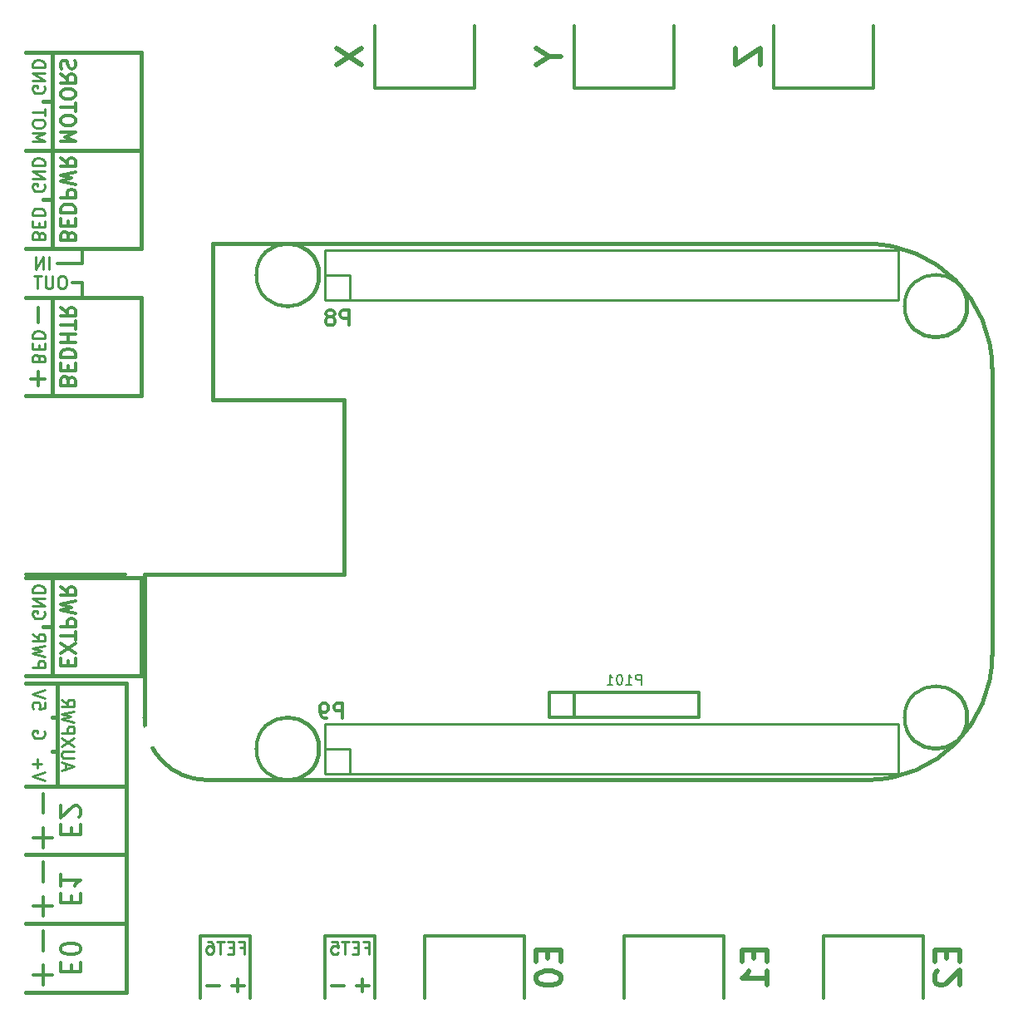
<source format=gbo>
G04 #@! TF.FileFunction,Legend,Bot*
%FSLAX46Y46*%
G04 Gerber Fmt 4.6, Leading zero omitted, Abs format (unit mm)*
G04 Created by KiCad (PCBNEW (after 2015-may-25 BZR unknown)-product) date 10/06/2015 1:45:06 PM*
%MOMM*%
G01*
G04 APERTURE LIST*
%ADD10C,0.150000*%
%ADD11C,0.304800*%
%ADD12C,0.254000*%
%ADD13C,0.381000*%
%ADD14C,0.300000*%
%ADD15C,0.508000*%
%ADD16C,0.101600*%
%ADD17C,0.203200*%
%ADD18C,3.508000*%
%ADD19R,3.508000X3.508000*%
%ADD20R,2.159000X2.159000*%
%ADD21O,2.159000X2.159000*%
%ADD22C,3.158000*%
%ADD23C,2.159000*%
%ADD24C,2.286000*%
%ADD25R,2.286000X2.286000*%
%ADD26R,2.159000X2.032000*%
%ADD27R,1.905000X3.007360*%
%ADD28C,2.908000*%
%ADD29R,2.908000X2.908000*%
%ADD30C,6.008000*%
G04 APERTURE END LIST*
D10*
D11*
X13150000Y82150000D02*
X14650000Y82150000D01*
X13900000Y82900000D02*
X13900000Y81400000D01*
X13900000Y89400000D02*
X13900000Y87900000D01*
D12*
X15032857Y93325476D02*
X15032857Y94595476D01*
X14428095Y93325476D02*
X14428095Y94595476D01*
X13702381Y93325476D01*
X13702381Y94595476D01*
X16484285Y92595476D02*
X16242381Y92595476D01*
X16121428Y92535000D01*
X16000476Y92414048D01*
X15940000Y92172143D01*
X15940000Y91748810D01*
X16000476Y91506905D01*
X16121428Y91385952D01*
X16242381Y91325476D01*
X16484285Y91325476D01*
X16605238Y91385952D01*
X16726190Y91506905D01*
X16786666Y91748810D01*
X16786666Y92172143D01*
X16726190Y92414048D01*
X16605238Y92535000D01*
X16484285Y92595476D01*
X15395714Y92595476D02*
X15395714Y91567381D01*
X15335238Y91446429D01*
X15274762Y91385952D01*
X15153809Y91325476D01*
X14911905Y91325476D01*
X14790952Y91385952D01*
X14730476Y91446429D01*
X14670000Y91567381D01*
X14670000Y92595476D01*
X14246667Y92595476D02*
X13520952Y92595476D01*
X13883809Y91325476D02*
X13883809Y92595476D01*
D11*
X18400000Y91900000D02*
X17400000Y91900000D01*
X18400000Y90400000D02*
X18400000Y91900000D01*
X18400000Y93900000D02*
X15900000Y93900000D01*
X18400000Y95400000D02*
X18400000Y93900000D01*
D13*
X15400000Y47650000D02*
X15900000Y47650000D01*
X15400000Y44150000D02*
X15900000Y44150000D01*
X15900000Y51150000D02*
X15900000Y40650000D01*
X14400000Y56900000D02*
X15400000Y56900000D01*
X14400000Y100400000D02*
X15400000Y100400000D01*
X14400000Y110400000D02*
X15400000Y110400000D01*
D12*
X14535000Y46232619D02*
X14595476Y46111667D01*
X14595476Y45930238D01*
X14535000Y45748810D01*
X14414048Y45627857D01*
X14293095Y45567381D01*
X14051190Y45506905D01*
X13869762Y45506905D01*
X13627857Y45567381D01*
X13506905Y45627857D01*
X13385952Y45748810D01*
X13325476Y45930238D01*
X13325476Y46051190D01*
X13385952Y46232619D01*
X13446429Y46293095D01*
X13869762Y46293095D01*
X13869762Y46051190D01*
X14595476Y49158096D02*
X14595476Y48553334D01*
X13990714Y48492858D01*
X14051190Y48553334D01*
X14111667Y48674286D01*
X14111667Y48976667D01*
X14051190Y49097620D01*
X13990714Y49158096D01*
X13869762Y49218572D01*
X13567381Y49218572D01*
X13446429Y49158096D01*
X13385952Y49097620D01*
X13325476Y48976667D01*
X13325476Y48674286D01*
X13385952Y48553334D01*
X13446429Y48492858D01*
X14595476Y49581429D02*
X13325476Y50004763D01*
X14595476Y50428096D01*
X14595476Y41190476D02*
X13325476Y41613810D01*
X14595476Y42037143D01*
X13809286Y42460476D02*
X13809286Y43428095D01*
X13325476Y42944285D02*
X14293095Y42944285D01*
D13*
X15400000Y40650000D02*
X22900000Y40650000D01*
X15400000Y33650000D02*
X22900000Y33650000D01*
X15400000Y26650000D02*
X22900000Y26650000D01*
X22900000Y19650000D02*
X15400000Y19650000D01*
X22900000Y51150000D02*
X22900000Y19650000D01*
X15400000Y51150000D02*
X22900000Y51150000D01*
X15400000Y51900000D02*
X15400000Y61900000D01*
X24400000Y51900000D02*
X15400000Y51900000D01*
X24400000Y61900000D02*
X24400000Y51900000D01*
X15400000Y61900000D02*
X24400000Y61900000D01*
X15400000Y80400000D02*
X15400000Y90400000D01*
X24400000Y80400000D02*
X15400000Y80400000D01*
X24400000Y90400000D02*
X24400000Y80400000D01*
X15400000Y90400000D02*
X24400000Y90400000D01*
X15400000Y105400000D02*
X24400000Y105400000D01*
X15400000Y95400000D02*
X15400000Y115400000D01*
X24400000Y95400000D02*
X15400000Y95400000D01*
X24400000Y115400000D02*
X24400000Y95400000D01*
X15400000Y115400000D02*
X24400000Y115400000D01*
X15400000Y105400000D02*
X12700000Y105400000D01*
X15400000Y90400000D02*
X12700000Y90400000D01*
X15400000Y95400000D02*
X12700000Y95400000D01*
X15400000Y115400000D02*
X12700000Y115400000D01*
X15400000Y61900000D02*
X12700000Y61900000D01*
X15400000Y80400000D02*
X12700000Y80400000D01*
X15400000Y51900000D02*
X12700000Y51900000D01*
X15400000Y51150000D02*
X12700000Y51150000D01*
X15400000Y40650000D02*
X12700000Y40650000D01*
X15400000Y33650000D02*
X12700000Y33650000D01*
X15400000Y26650000D02*
X12700000Y26650000D01*
X15400000Y19650000D02*
X12700000Y19650000D01*
D14*
X17007143Y81971429D02*
X16935714Y82185715D01*
X16864286Y82257143D01*
X16721429Y82328572D01*
X16507143Y82328572D01*
X16364286Y82257143D01*
X16292857Y82185715D01*
X16221429Y82042857D01*
X16221429Y81471429D01*
X17721429Y81471429D01*
X17721429Y81971429D01*
X17650000Y82114286D01*
X17578571Y82185715D01*
X17435714Y82257143D01*
X17292857Y82257143D01*
X17150000Y82185715D01*
X17078571Y82114286D01*
X17007143Y81971429D01*
X17007143Y81471429D01*
X17007143Y82971429D02*
X17007143Y83471429D01*
X16221429Y83685715D02*
X16221429Y82971429D01*
X17721429Y82971429D01*
X17721429Y83685715D01*
X16221429Y84328572D02*
X17721429Y84328572D01*
X17721429Y84685715D01*
X17650000Y84900000D01*
X17507143Y85042858D01*
X17364286Y85114286D01*
X17078571Y85185715D01*
X16864286Y85185715D01*
X16578571Y85114286D01*
X16435714Y85042858D01*
X16292857Y84900000D01*
X16221429Y84685715D01*
X16221429Y84328572D01*
X16221429Y85828572D02*
X17721429Y85828572D01*
X17007143Y85828572D02*
X17007143Y86685715D01*
X16221429Y86685715D02*
X17721429Y86685715D01*
X17721429Y87185715D02*
X17721429Y88042858D01*
X16221429Y87614287D02*
X17721429Y87614287D01*
X16221429Y89400001D02*
X16935714Y88900001D01*
X16221429Y88542858D02*
X17721429Y88542858D01*
X17721429Y89114286D01*
X17650000Y89257144D01*
X17578571Y89328572D01*
X17435714Y89400001D01*
X17221429Y89400001D01*
X17078571Y89328572D01*
X17007143Y89257144D01*
X16935714Y89114286D01*
X16935714Y88542858D01*
D12*
X13990714Y84281190D02*
X13930238Y84462619D01*
X13869762Y84523095D01*
X13748810Y84583571D01*
X13567381Y84583571D01*
X13446429Y84523095D01*
X13385952Y84462619D01*
X13325476Y84341666D01*
X13325476Y83857857D01*
X14595476Y83857857D01*
X14595476Y84281190D01*
X14535000Y84402143D01*
X14474524Y84462619D01*
X14353571Y84523095D01*
X14232619Y84523095D01*
X14111667Y84462619D01*
X14051190Y84402143D01*
X13990714Y84281190D01*
X13990714Y83857857D01*
X13990714Y85127857D02*
X13990714Y85551190D01*
X13325476Y85732619D02*
X13325476Y85127857D01*
X14595476Y85127857D01*
X14595476Y85732619D01*
X13325476Y86276905D02*
X14595476Y86276905D01*
X14595476Y86579286D01*
X14535000Y86760714D01*
X14414048Y86881667D01*
X14293095Y86942143D01*
X14051190Y87002619D01*
X13869762Y87002619D01*
X13627857Y86942143D01*
X13506905Y86881667D01*
X13385952Y86760714D01*
X13325476Y86579286D01*
X13325476Y86276905D01*
X13990714Y96781190D02*
X13930238Y96962619D01*
X13869762Y97023095D01*
X13748810Y97083571D01*
X13567381Y97083571D01*
X13446429Y97023095D01*
X13385952Y96962619D01*
X13325476Y96841666D01*
X13325476Y96357857D01*
X14595476Y96357857D01*
X14595476Y96781190D01*
X14535000Y96902143D01*
X14474524Y96962619D01*
X14353571Y97023095D01*
X14232619Y97023095D01*
X14111667Y96962619D01*
X14051190Y96902143D01*
X13990714Y96781190D01*
X13990714Y96357857D01*
X13990714Y97627857D02*
X13990714Y98051190D01*
X13325476Y98232619D02*
X13325476Y97627857D01*
X14595476Y97627857D01*
X14595476Y98232619D01*
X13325476Y98776905D02*
X14595476Y98776905D01*
X14595476Y99079286D01*
X14535000Y99260714D01*
X14414048Y99381667D01*
X14293095Y99442143D01*
X14051190Y99502619D01*
X13869762Y99502619D01*
X13627857Y99442143D01*
X13506905Y99381667D01*
X13385952Y99260714D01*
X13325476Y99079286D01*
X13325476Y98776905D01*
X14535000Y101932381D02*
X14595476Y101811429D01*
X14595476Y101630000D01*
X14535000Y101448572D01*
X14414048Y101327619D01*
X14293095Y101267143D01*
X14051190Y101206667D01*
X13869762Y101206667D01*
X13627857Y101267143D01*
X13506905Y101327619D01*
X13385952Y101448572D01*
X13325476Y101630000D01*
X13325476Y101750952D01*
X13385952Y101932381D01*
X13446429Y101992857D01*
X13869762Y101992857D01*
X13869762Y101750952D01*
X13325476Y102537143D02*
X14595476Y102537143D01*
X13325476Y103262857D01*
X14595476Y103262857D01*
X13325476Y103867619D02*
X14595476Y103867619D01*
X14595476Y104170000D01*
X14535000Y104351428D01*
X14414048Y104472381D01*
X14293095Y104532857D01*
X14051190Y104593333D01*
X13869762Y104593333D01*
X13627857Y104532857D01*
X13506905Y104472381D01*
X13385952Y104351428D01*
X13325476Y104170000D01*
X13325476Y103867619D01*
D14*
X17007143Y96721429D02*
X16935714Y96935715D01*
X16864286Y97007143D01*
X16721429Y97078572D01*
X16507143Y97078572D01*
X16364286Y97007143D01*
X16292857Y96935715D01*
X16221429Y96792857D01*
X16221429Y96221429D01*
X17721429Y96221429D01*
X17721429Y96721429D01*
X17650000Y96864286D01*
X17578571Y96935715D01*
X17435714Y97007143D01*
X17292857Y97007143D01*
X17150000Y96935715D01*
X17078571Y96864286D01*
X17007143Y96721429D01*
X17007143Y96221429D01*
X17007143Y97721429D02*
X17007143Y98221429D01*
X16221429Y98435715D02*
X16221429Y97721429D01*
X17721429Y97721429D01*
X17721429Y98435715D01*
X16221429Y99078572D02*
X17721429Y99078572D01*
X17721429Y99435715D01*
X17650000Y99650000D01*
X17507143Y99792858D01*
X17364286Y99864286D01*
X17078571Y99935715D01*
X16864286Y99935715D01*
X16578571Y99864286D01*
X16435714Y99792858D01*
X16292857Y99650000D01*
X16221429Y99435715D01*
X16221429Y99078572D01*
X16221429Y100578572D02*
X17721429Y100578572D01*
X17721429Y101150000D01*
X17650000Y101292858D01*
X17578571Y101364286D01*
X17435714Y101435715D01*
X17221429Y101435715D01*
X17078571Y101364286D01*
X17007143Y101292858D01*
X16935714Y101150000D01*
X16935714Y100578572D01*
X17721429Y101935715D02*
X16221429Y102292858D01*
X17292857Y102578572D01*
X16221429Y102864286D01*
X17721429Y103221429D01*
X16221429Y104650001D02*
X16935714Y104150001D01*
X16221429Y103792858D02*
X17721429Y103792858D01*
X17721429Y104364286D01*
X17650000Y104507144D01*
X17578571Y104578572D01*
X17435714Y104650001D01*
X17221429Y104650001D01*
X17078571Y104578572D01*
X17007143Y104507144D01*
X16935714Y104364286D01*
X16935714Y103792858D01*
X16221429Y106292857D02*
X17721429Y106292857D01*
X16650000Y106792857D01*
X17721429Y107292857D01*
X16221429Y107292857D01*
X17721429Y108292857D02*
X17721429Y108578571D01*
X17650000Y108721429D01*
X17507143Y108864286D01*
X17221429Y108935714D01*
X16721429Y108935714D01*
X16435714Y108864286D01*
X16292857Y108721429D01*
X16221429Y108578571D01*
X16221429Y108292857D01*
X16292857Y108150000D01*
X16435714Y108007143D01*
X16721429Y107935714D01*
X17221429Y107935714D01*
X17507143Y108007143D01*
X17650000Y108150000D01*
X17721429Y108292857D01*
X17721429Y109364286D02*
X17721429Y110221429D01*
X16221429Y109792858D02*
X17721429Y109792858D01*
X17721429Y111007143D02*
X17721429Y111292857D01*
X17650000Y111435715D01*
X17507143Y111578572D01*
X17221429Y111650000D01*
X16721429Y111650000D01*
X16435714Y111578572D01*
X16292857Y111435715D01*
X16221429Y111292857D01*
X16221429Y111007143D01*
X16292857Y110864286D01*
X16435714Y110721429D01*
X16721429Y110650000D01*
X17221429Y110650000D01*
X17507143Y110721429D01*
X17650000Y110864286D01*
X17721429Y111007143D01*
X16221429Y113150001D02*
X16935714Y112650001D01*
X16221429Y112292858D02*
X17721429Y112292858D01*
X17721429Y112864286D01*
X17650000Y113007144D01*
X17578571Y113078572D01*
X17435714Y113150001D01*
X17221429Y113150001D01*
X17078571Y113078572D01*
X17007143Y113007144D01*
X16935714Y112864286D01*
X16935714Y112292858D01*
X16292857Y113721429D02*
X16221429Y113935715D01*
X16221429Y114292858D01*
X16292857Y114435715D01*
X16364286Y114507144D01*
X16507143Y114578572D01*
X16650000Y114578572D01*
X16792857Y114507144D01*
X16864286Y114435715D01*
X16935714Y114292858D01*
X17007143Y114007144D01*
X17078571Y113864286D01*
X17150000Y113792858D01*
X17292857Y113721429D01*
X17435714Y113721429D01*
X17578571Y113792858D01*
X17650000Y113864286D01*
X17721429Y114007144D01*
X17721429Y114364286D01*
X17650000Y114578572D01*
D12*
X14535000Y111932381D02*
X14595476Y111811429D01*
X14595476Y111630000D01*
X14535000Y111448572D01*
X14414048Y111327619D01*
X14293095Y111267143D01*
X14051190Y111206667D01*
X13869762Y111206667D01*
X13627857Y111267143D01*
X13506905Y111327619D01*
X13385952Y111448572D01*
X13325476Y111630000D01*
X13325476Y111750952D01*
X13385952Y111932381D01*
X13446429Y111992857D01*
X13869762Y111992857D01*
X13869762Y111750952D01*
X13325476Y112537143D02*
X14595476Y112537143D01*
X13325476Y113262857D01*
X14595476Y113262857D01*
X13325476Y113867619D02*
X14595476Y113867619D01*
X14595476Y114170000D01*
X14535000Y114351428D01*
X14414048Y114472381D01*
X14293095Y114532857D01*
X14051190Y114593333D01*
X13869762Y114593333D01*
X13627857Y114532857D01*
X13506905Y114472381D01*
X13385952Y114351428D01*
X13325476Y114170000D01*
X13325476Y113867619D01*
X13325476Y106327619D02*
X14595476Y106327619D01*
X13688333Y106750952D01*
X14595476Y107174286D01*
X13325476Y107174286D01*
X14595476Y108020953D02*
X14595476Y108262857D01*
X14535000Y108383810D01*
X14414048Y108504762D01*
X14172143Y108565238D01*
X13748810Y108565238D01*
X13506905Y108504762D01*
X13385952Y108383810D01*
X13325476Y108262857D01*
X13325476Y108020953D01*
X13385952Y107900000D01*
X13506905Y107779048D01*
X13748810Y107718572D01*
X14172143Y107718572D01*
X14414048Y107779048D01*
X14535000Y107900000D01*
X14595476Y108020953D01*
X14595476Y108928095D02*
X14595476Y109653810D01*
X13325476Y109290953D02*
X14595476Y109290953D01*
X16688333Y42331905D02*
X16688333Y42936667D01*
X16325476Y42210952D02*
X17595476Y42634286D01*
X16325476Y43057619D01*
X17595476Y43480952D02*
X16567381Y43480952D01*
X16446429Y43541428D01*
X16385952Y43601904D01*
X16325476Y43722857D01*
X16325476Y43964761D01*
X16385952Y44085714D01*
X16446429Y44146190D01*
X16567381Y44206666D01*
X17595476Y44206666D01*
X17595476Y44690476D02*
X16325476Y45537142D01*
X17595476Y45537142D02*
X16325476Y44690476D01*
X16325476Y46020952D02*
X17595476Y46020952D01*
X17595476Y46504761D01*
X17535000Y46625714D01*
X17474524Y46686190D01*
X17353571Y46746666D01*
X17172143Y46746666D01*
X17051190Y46686190D01*
X16990714Y46625714D01*
X16930238Y46504761D01*
X16930238Y46020952D01*
X17595476Y47170000D02*
X16325476Y47472381D01*
X17232619Y47714285D01*
X16325476Y47956190D01*
X17595476Y48258571D01*
X16325476Y49468095D02*
X16930238Y49044762D01*
X16325476Y48742381D02*
X17595476Y48742381D01*
X17595476Y49226190D01*
X17535000Y49347143D01*
X17474524Y49407619D01*
X17353571Y49468095D01*
X17172143Y49468095D01*
X17051190Y49407619D01*
X16990714Y49347143D01*
X16930238Y49226190D01*
X16930238Y48742381D01*
X13325476Y52706667D02*
X14595476Y52706667D01*
X14595476Y53190476D01*
X14535000Y53311429D01*
X14474524Y53371905D01*
X14353571Y53432381D01*
X14172143Y53432381D01*
X14051190Y53371905D01*
X13990714Y53311429D01*
X13930238Y53190476D01*
X13930238Y52706667D01*
X14595476Y53855715D02*
X13325476Y54158096D01*
X14232619Y54400000D01*
X13325476Y54641905D01*
X14595476Y54944286D01*
X13325476Y56153810D02*
X13930238Y55730477D01*
X13325476Y55428096D02*
X14595476Y55428096D01*
X14595476Y55911905D01*
X14535000Y56032858D01*
X14474524Y56093334D01*
X14353571Y56153810D01*
X14172143Y56153810D01*
X14051190Y56093334D01*
X13990714Y56032858D01*
X13930238Y55911905D01*
X13930238Y55428096D01*
X14535000Y58432381D02*
X14595476Y58311429D01*
X14595476Y58130000D01*
X14535000Y57948572D01*
X14414048Y57827619D01*
X14293095Y57767143D01*
X14051190Y57706667D01*
X13869762Y57706667D01*
X13627857Y57767143D01*
X13506905Y57827619D01*
X13385952Y57948572D01*
X13325476Y58130000D01*
X13325476Y58250952D01*
X13385952Y58432381D01*
X13446429Y58492857D01*
X13869762Y58492857D01*
X13869762Y58250952D01*
X13325476Y59037143D02*
X14595476Y59037143D01*
X13325476Y59762857D01*
X14595476Y59762857D01*
X13325476Y60367619D02*
X14595476Y60367619D01*
X14595476Y60670000D01*
X14535000Y60851428D01*
X14414048Y60972381D01*
X14293095Y61032857D01*
X14051190Y61093333D01*
X13869762Y61093333D01*
X13627857Y61032857D01*
X13506905Y60972381D01*
X13385952Y60851428D01*
X13325476Y60670000D01*
X13325476Y60367619D01*
D11*
X13400000Y21400000D02*
X15400000Y21400000D01*
X14400000Y22400000D02*
X14400000Y20400000D01*
X14400000Y25900000D02*
X14400000Y23900000D01*
X13400000Y28400000D02*
X15400000Y28400000D01*
X14400000Y29400000D02*
X14400000Y27400000D01*
X14400000Y32900000D02*
X14400000Y30900000D01*
X13400000Y35400000D02*
X15400000Y35400000D01*
X14400000Y36400000D02*
X14400000Y34400000D01*
X14400000Y39900000D02*
X14400000Y37900000D01*
X78740000Y111760000D02*
X78740000Y118110000D01*
X68580000Y111760000D02*
X78740000Y111760000D01*
X68580000Y118110000D02*
X68580000Y111760000D01*
X58420000Y111760000D02*
X58420000Y118110000D01*
X48260000Y111760000D02*
X58420000Y111760000D01*
X48260000Y118110000D02*
X48260000Y111760000D01*
X99060000Y111760000D02*
X99060000Y118110000D01*
X88900000Y111760000D02*
X99060000Y111760000D01*
X88900000Y118110000D02*
X88900000Y111760000D01*
D15*
X44329048Y115781667D02*
X46869048Y114088334D01*
X44329048Y114088334D02*
X46869048Y115781667D01*
X65979524Y114935000D02*
X67189048Y114935000D01*
X64649048Y115781666D02*
X65979524Y114935000D01*
X64649048Y114088333D01*
D11*
X104140000Y25400000D02*
X104140000Y19050000D01*
X93980000Y25400000D02*
X104140000Y25400000D01*
X93980000Y19050000D02*
X93980000Y25400000D01*
X83820000Y25400000D02*
X83820000Y19050000D01*
X73660000Y25400000D02*
X83820000Y25400000D01*
X73660000Y19050000D02*
X73660000Y25400000D01*
X63500000Y25400000D02*
X63500000Y19050000D01*
X53340000Y25400000D02*
X63500000Y25400000D01*
X53340000Y19050000D02*
X53340000Y25400000D01*
D15*
X84969048Y115781667D02*
X84969048Y114088334D01*
X87509048Y115781667D01*
X87509048Y114088334D01*
X65858571Y23978809D02*
X65858571Y23132142D01*
X67189048Y22769285D02*
X67189048Y23978809D01*
X64649048Y23978809D01*
X64649048Y22769285D01*
X64649048Y21196905D02*
X64649048Y20955000D01*
X64770000Y20713095D01*
X64890952Y20592143D01*
X65132857Y20471190D01*
X65616667Y20350238D01*
X66221429Y20350238D01*
X66705238Y20471190D01*
X66947143Y20592143D01*
X67068095Y20713095D01*
X67189048Y20955000D01*
X67189048Y21196905D01*
X67068095Y21438809D01*
X66947143Y21559762D01*
X66705238Y21680714D01*
X66221429Y21801666D01*
X65616667Y21801666D01*
X65132857Y21680714D01*
X64890952Y21559762D01*
X64770000Y21438809D01*
X64649048Y21196905D01*
X86813571Y23978809D02*
X86813571Y23132142D01*
X88144048Y22769285D02*
X88144048Y23978809D01*
X85604048Y23978809D01*
X85604048Y22769285D01*
X88144048Y20350238D02*
X88144048Y21801666D01*
X88144048Y21075952D02*
X85604048Y21075952D01*
X85966905Y21317857D01*
X86208810Y21559762D01*
X86329762Y21801666D01*
X106498571Y23978809D02*
X106498571Y23132142D01*
X107829048Y22769285D02*
X107829048Y23978809D01*
X105289048Y23978809D01*
X105289048Y22769285D01*
X105530952Y21801666D02*
X105410000Y21680714D01*
X105289048Y21438809D01*
X105289048Y20834047D01*
X105410000Y20592143D01*
X105530952Y20471190D01*
X105772857Y20350238D01*
X106014762Y20350238D01*
X106377619Y20471190D01*
X107829048Y21922619D01*
X107829048Y20350238D01*
D11*
X48260000Y25400000D02*
X48260000Y19050000D01*
X43180000Y25400000D02*
X48260000Y25400000D01*
X43180000Y19050000D02*
X43180000Y25400000D01*
X35560000Y25400000D02*
X35560000Y19050000D01*
X30480000Y25400000D02*
X35560000Y25400000D01*
X30480000Y19050000D02*
X30480000Y25400000D01*
D12*
X47201667Y24220714D02*
X47625000Y24220714D01*
X47625000Y23555476D02*
X47625000Y24825476D01*
X47020238Y24825476D01*
X46536429Y24220714D02*
X46113096Y24220714D01*
X45931667Y23555476D02*
X46536429Y23555476D01*
X46536429Y24825476D01*
X45931667Y24825476D01*
X45568810Y24825476D02*
X44843095Y24825476D01*
X45205952Y23555476D02*
X45205952Y24825476D01*
X43815000Y24825476D02*
X44419762Y24825476D01*
X44480238Y24220714D01*
X44419762Y24281190D01*
X44298810Y24341667D01*
X43996429Y24341667D01*
X43875476Y24281190D01*
X43815000Y24220714D01*
X43754524Y24099762D01*
X43754524Y23797381D01*
X43815000Y23676429D01*
X43875476Y23615952D01*
X43996429Y23555476D01*
X44298810Y23555476D01*
X44419762Y23615952D01*
X44480238Y23676429D01*
X34501667Y24220714D02*
X34925000Y24220714D01*
X34925000Y23555476D02*
X34925000Y24825476D01*
X34320238Y24825476D01*
X33836429Y24220714D02*
X33413096Y24220714D01*
X33231667Y23555476D02*
X33836429Y23555476D01*
X33836429Y24825476D01*
X33231667Y24825476D01*
X32868810Y24825476D02*
X32143095Y24825476D01*
X32505952Y23555476D02*
X32505952Y24825476D01*
X31175476Y24825476D02*
X31417381Y24825476D01*
X31538333Y24765000D01*
X31598810Y24704524D01*
X31719762Y24523095D01*
X31780238Y24281190D01*
X31780238Y23797381D01*
X31719762Y23676429D01*
X31659286Y23615952D01*
X31538333Y23555476D01*
X31296429Y23555476D01*
X31175476Y23615952D01*
X31115000Y23676429D01*
X31054524Y23797381D01*
X31054524Y24099762D01*
X31115000Y24220714D01*
X31175476Y24281190D01*
X31296429Y24341667D01*
X31538333Y24341667D01*
X31659286Y24281190D01*
X31719762Y24220714D01*
X31780238Y24099762D01*
D11*
X46990000Y20955000D02*
X46990000Y19685000D01*
X46355000Y20320000D02*
X47625000Y20320000D01*
X43815000Y20320000D02*
X45085000Y20320000D01*
X34290000Y20955000D02*
X34290000Y19685000D01*
X33655000Y20320000D02*
X34925000Y20320000D01*
X31115000Y20320000D02*
X32385000Y20320000D01*
X12700000Y62230000D02*
X22860000Y62230000D01*
X17295143Y21746953D02*
X17295143Y22424286D01*
X16230762Y22714572D02*
X16230762Y21746953D01*
X18262762Y21746953D01*
X18262762Y22714572D01*
X18262762Y23972476D02*
X18262762Y24166000D01*
X18166000Y24359524D01*
X18069238Y24456286D01*
X17875714Y24553048D01*
X17488667Y24649809D01*
X17004857Y24649809D01*
X16617810Y24553048D01*
X16424286Y24456286D01*
X16327524Y24359524D01*
X16230762Y24166000D01*
X16230762Y23972476D01*
X16327524Y23778952D01*
X16424286Y23682190D01*
X16617810Y23585429D01*
X17004857Y23488667D01*
X17488667Y23488667D01*
X17875714Y23585429D01*
X18069238Y23682190D01*
X18166000Y23778952D01*
X18262762Y23972476D01*
X17295143Y28746953D02*
X17295143Y29424286D01*
X16230762Y29714572D02*
X16230762Y28746953D01*
X18262762Y28746953D01*
X18262762Y29714572D01*
X16230762Y31649809D02*
X16230762Y30488667D01*
X16230762Y31069238D02*
X18262762Y31069238D01*
X17972476Y30875714D01*
X17778952Y30682190D01*
X17682190Y30488667D01*
X17295143Y35746953D02*
X17295143Y36424286D01*
X16230762Y36714572D02*
X16230762Y35746953D01*
X18262762Y35746953D01*
X18262762Y36714572D01*
X18069238Y37488667D02*
X18166000Y37585429D01*
X18262762Y37778952D01*
X18262762Y38262762D01*
X18166000Y38456286D01*
X18069238Y38553048D01*
X17875714Y38649809D01*
X17682190Y38649809D01*
X17391905Y38553048D01*
X16230762Y37391905D01*
X16230762Y38649809D01*
D14*
X17007143Y52935715D02*
X17007143Y53435715D01*
X16221429Y53650001D02*
X16221429Y52935715D01*
X17721429Y52935715D01*
X17721429Y53650001D01*
X17721429Y54150001D02*
X16221429Y55150001D01*
X17721429Y55150001D02*
X16221429Y54150001D01*
X17721429Y55507143D02*
X17721429Y56364286D01*
X16221429Y55935715D02*
X17721429Y55935715D01*
X16221429Y56864286D02*
X17721429Y56864286D01*
X17721429Y57435714D01*
X17650000Y57578572D01*
X17578571Y57650000D01*
X17435714Y57721429D01*
X17221429Y57721429D01*
X17078571Y57650000D01*
X17007143Y57578572D01*
X16935714Y57435714D01*
X16935714Y56864286D01*
X17721429Y58221429D02*
X16221429Y58578572D01*
X17292857Y58864286D01*
X16221429Y59150000D01*
X17721429Y59507143D01*
X16221429Y60935715D02*
X16935714Y60435715D01*
X16221429Y60078572D02*
X17721429Y60078572D01*
X17721429Y60650000D01*
X17650000Y60792858D01*
X17578571Y60864286D01*
X17435714Y60935715D01*
X17221429Y60935715D01*
X17078571Y60864286D01*
X17007143Y60792858D01*
X16935714Y60650000D01*
X16935714Y60078572D01*
D11*
X68580000Y47625000D02*
X68580000Y50165000D01*
X66040000Y50165000D02*
X66040000Y47625000D01*
X66040000Y47625000D02*
X81280000Y47625000D01*
X81280000Y47625000D02*
X81280000Y50165000D01*
X81280000Y50165000D02*
X66040000Y50165000D01*
D16*
X43180000Y46990000D02*
X43180000Y41910000D01*
X43180000Y41910000D02*
X101600000Y41910000D01*
X101600000Y41910000D02*
X101600000Y46990000D01*
X101600000Y46990000D02*
X43180000Y46990000D01*
X43180000Y95250000D02*
X43180000Y90170000D01*
X43180000Y90170000D02*
X101600000Y90170000D01*
X101600000Y90170000D02*
X101600000Y95250000D01*
X101600000Y95250000D02*
X43180000Y95250000D01*
D13*
X108585000Y47625000D02*
G75*
G03X108585000Y47625000I-3175000J0D01*
G01*
X108585000Y89535000D02*
G75*
G03X108585000Y89535000I-3175000J0D01*
G01*
X42545000Y92710000D02*
G75*
G03X42545000Y92710000I-3175000J0D01*
G01*
X42545000Y44450000D02*
G75*
G03X42545000Y44450000I-3175000J0D01*
G01*
D12*
X101600000Y41910000D02*
X43180000Y41910000D01*
X101600000Y46990000D02*
X101600000Y41910000D01*
X43180000Y46990000D02*
X101600000Y46990000D01*
X43180000Y41910000D02*
X43180000Y46990000D01*
X45720000Y44450000D02*
X45720000Y41910000D01*
X43180000Y44450000D02*
X45720000Y44450000D01*
X43180000Y92710000D02*
X45720000Y92710000D01*
X45720000Y92710000D02*
X45720000Y90170000D01*
X43180000Y90170000D02*
X43180000Y95250000D01*
X43180000Y95250000D02*
X101600000Y95250000D01*
X101600000Y95250000D02*
X101600000Y90170000D01*
X101600000Y90170000D02*
X43180000Y90170000D01*
D13*
X31750000Y80391000D02*
X31750000Y80010000D01*
X31750000Y80010000D02*
X45085000Y80010000D01*
X45085000Y80010000D02*
X45085000Y62230000D01*
X45085000Y62230000D02*
X24765000Y62230000D01*
X24765000Y62230000D02*
X24765000Y61849000D01*
X98425000Y95885000D02*
X31750000Y95885000D01*
X31750000Y95885000D02*
X31750000Y80391000D01*
X24765000Y61849000D02*
X24765000Y48895000D01*
X24765000Y47625000D02*
X24765000Y48895000D01*
X98425000Y41275000D02*
X31115000Y41275000D01*
X111125000Y53975000D02*
X111125000Y83185000D01*
X98425000Y41275000D02*
G75*
G03X111125000Y53975000I0J12700000D01*
G01*
X111125000Y83185000D02*
G75*
G03X98425000Y95885000I-12700000J0D01*
G01*
X24765000Y47625000D02*
G75*
G03X31115000Y41275000I6350000J0D01*
G01*
D17*
X75377523Y50975381D02*
X75377523Y51991381D01*
X74990476Y51991381D01*
X74893714Y51943000D01*
X74845333Y51894619D01*
X74796952Y51797857D01*
X74796952Y51652714D01*
X74845333Y51555952D01*
X74893714Y51507571D01*
X74990476Y51459190D01*
X75377523Y51459190D01*
X73829333Y50975381D02*
X74409904Y50975381D01*
X74119618Y50975381D02*
X74119618Y51991381D01*
X74216380Y51846238D01*
X74313142Y51749476D01*
X74409904Y51701095D01*
X73200380Y51991381D02*
X73103619Y51991381D01*
X73006857Y51943000D01*
X72958476Y51894619D01*
X72910095Y51797857D01*
X72861714Y51604333D01*
X72861714Y51362429D01*
X72910095Y51168905D01*
X72958476Y51072143D01*
X73006857Y51023762D01*
X73103619Y50975381D01*
X73200380Y50975381D01*
X73297142Y51023762D01*
X73345523Y51072143D01*
X73393904Y51168905D01*
X73442285Y51362429D01*
X73442285Y51604333D01*
X73393904Y51797857D01*
X73345523Y51894619D01*
X73297142Y51943000D01*
X73200380Y51991381D01*
X71894095Y50975381D02*
X72474666Y50975381D01*
X72184380Y50975381D02*
X72184380Y51991381D01*
X72281142Y51846238D01*
X72377904Y51749476D01*
X72474666Y51701095D01*
D11*
X44939857Y47570571D02*
X44939857Y49094571D01*
X44359285Y49094571D01*
X44214143Y49022000D01*
X44141571Y48949429D01*
X44069000Y48804286D01*
X44069000Y48586571D01*
X44141571Y48441429D01*
X44214143Y48368857D01*
X44359285Y48296286D01*
X44939857Y48296286D01*
X43343285Y47570571D02*
X43053000Y47570571D01*
X42907857Y47643143D01*
X42835285Y47715714D01*
X42690143Y47933429D01*
X42617571Y48223714D01*
X42617571Y48804286D01*
X42690143Y48949429D01*
X42762714Y49022000D01*
X42907857Y49094571D01*
X43198143Y49094571D01*
X43343285Y49022000D01*
X43415857Y48949429D01*
X43488428Y48804286D01*
X43488428Y48441429D01*
X43415857Y48296286D01*
X43343285Y48223714D01*
X43198143Y48151143D01*
X42907857Y48151143D01*
X42762714Y48223714D01*
X42690143Y48296286D01*
X42617571Y48441429D01*
X45574857Y87575571D02*
X45574857Y89099571D01*
X44994285Y89099571D01*
X44849143Y89027000D01*
X44776571Y88954429D01*
X44704000Y88809286D01*
X44704000Y88591571D01*
X44776571Y88446429D01*
X44849143Y88373857D01*
X44994285Y88301286D01*
X45574857Y88301286D01*
X43833143Y88446429D02*
X43978285Y88519000D01*
X44050857Y88591571D01*
X44123428Y88736714D01*
X44123428Y88809286D01*
X44050857Y88954429D01*
X43978285Y89027000D01*
X43833143Y89099571D01*
X43542857Y89099571D01*
X43397714Y89027000D01*
X43325143Y88954429D01*
X43252571Y88809286D01*
X43252571Y88736714D01*
X43325143Y88591571D01*
X43397714Y88519000D01*
X43542857Y88446429D01*
X43833143Y88446429D01*
X43978285Y88373857D01*
X44050857Y88301286D01*
X44123428Y88156143D01*
X44123428Y87865857D01*
X44050857Y87720714D01*
X43978285Y87648143D01*
X43833143Y87575571D01*
X43542857Y87575571D01*
X43397714Y87648143D01*
X43325143Y87720714D01*
X43252571Y87865857D01*
X43252571Y88156143D01*
X43325143Y88301286D01*
X43397714Y88373857D01*
X43542857Y88446429D01*
%LPC*%
D18*
X19900000Y87900000D03*
D19*
X19900000Y82900000D03*
D20*
X27940000Y45720000D03*
D21*
X25400000Y45720000D03*
D22*
X29190000Y111330000D03*
X29190000Y114730000D03*
X39390000Y111330000D03*
X39390000Y114730000D03*
D20*
X46990000Y50165000D03*
D23*
X49530000Y50165000D03*
D20*
X52070000Y50165000D03*
D23*
X54610000Y50165000D03*
D20*
X90170000Y53340000D03*
D23*
X92710000Y53340000D03*
D24*
X29210000Y91440000D03*
X29210000Y93980000D03*
D25*
X29210000Y88900000D03*
D24*
X33655000Y34290000D03*
X31115000Y34290000D03*
D25*
X36195000Y34290000D03*
D24*
X33655000Y29210000D03*
X31115000Y29210000D03*
D25*
X36195000Y29210000D03*
D24*
X33655000Y39370000D03*
X31115000Y39370000D03*
D25*
X36195000Y39370000D03*
D26*
X49530000Y114935000D03*
D23*
X52070000Y114935000D03*
X54610000Y114935000D03*
X57150000Y114935000D03*
D26*
X69850000Y114935000D03*
D23*
X72390000Y114935000D03*
X74930000Y114935000D03*
X77470000Y114935000D03*
D26*
X90170000Y114935000D03*
D23*
X92710000Y114935000D03*
X95250000Y114935000D03*
X97790000Y114935000D03*
D26*
X102870000Y22225000D03*
D23*
X100330000Y22225000D03*
X97790000Y22225000D03*
X95250000Y22225000D03*
D27*
X105699560Y103578660D03*
X110200440Y103578660D03*
X105699560Y97078800D03*
X110200440Y97078800D03*
D26*
X82550000Y22225000D03*
D23*
X80010000Y22225000D03*
X77470000Y22225000D03*
X74930000Y22225000D03*
D26*
X62230000Y22225000D03*
D23*
X59690000Y22225000D03*
X57150000Y22225000D03*
X54610000Y22225000D03*
D20*
X46990000Y22225000D03*
D23*
X44450000Y22225000D03*
D20*
X34290000Y22225000D03*
D23*
X31750000Y22225000D03*
D20*
X107950000Y85090000D03*
D23*
X107950000Y82550000D03*
D20*
X107950000Y66040000D03*
D23*
X107950000Y68580000D03*
X107950000Y71120000D03*
X107950000Y73660000D03*
X107950000Y76200000D03*
X107950000Y78740000D03*
D20*
X105410000Y66040000D03*
D23*
X102870000Y66040000D03*
X105410000Y68580000D03*
X102870000Y68580000D03*
X105410000Y71120000D03*
X102870000Y71120000D03*
X105410000Y73660000D03*
X102870000Y73660000D03*
X105410000Y76200000D03*
X102870000Y76200000D03*
X105410000Y78740000D03*
X102870000Y78740000D03*
D27*
X105699560Y113738660D03*
X110200440Y113738660D03*
X105699560Y107238800D03*
X110200440Y107238800D03*
D20*
X67310000Y48895000D03*
D23*
X69850000Y48895000D03*
X72390000Y48895000D03*
X74930000Y48895000D03*
X77470000Y48895000D03*
X80010000Y48895000D03*
D20*
X87630000Y49530000D03*
D23*
X90170000Y49530000D03*
X92710000Y49530000D03*
X95250000Y49530000D03*
X97790000Y49530000D03*
X100330000Y49530000D03*
D20*
X44450000Y43180000D03*
D23*
X44450000Y45720000D03*
X46990000Y43180000D03*
X46990000Y45720000D03*
X49530000Y43180000D03*
X49530000Y45720000D03*
X52070000Y43180000D03*
X52070000Y45720000D03*
X54610000Y43180000D03*
X54610000Y45720000D03*
X57150000Y43180000D03*
X57150000Y45720000D03*
X59690000Y43180000D03*
X59690000Y45720000D03*
X62230000Y43180000D03*
X62230000Y45720000D03*
X64770000Y43180000D03*
X64770000Y45720000D03*
X67310000Y43180000D03*
X67310000Y45720000D03*
X69850000Y43180000D03*
X69850000Y45720000D03*
X72390000Y43180000D03*
X72390000Y45720000D03*
X74930000Y43180000D03*
X74930000Y45720000D03*
X77470000Y43180000D03*
X77470000Y45720000D03*
X80010000Y43180000D03*
X80010000Y45720000D03*
X82550000Y43180000D03*
X82550000Y45720000D03*
X85090000Y43180000D03*
X85090000Y45720000D03*
X87630000Y43180000D03*
X87630000Y45720000D03*
X90170000Y43180000D03*
X90170000Y45720000D03*
X92710000Y43180000D03*
X92710000Y45720000D03*
X95250000Y43180000D03*
X95250000Y45720000D03*
X97790000Y43180000D03*
X97790000Y45720000D03*
X100330000Y43180000D03*
X100330000Y45720000D03*
D20*
X44450000Y91440000D03*
D23*
X44450000Y93980000D03*
X46990000Y91440000D03*
X46990000Y93980000D03*
X49530000Y91440000D03*
X49530000Y93980000D03*
X52070000Y91440000D03*
X52070000Y93980000D03*
X54610000Y91440000D03*
X54610000Y93980000D03*
X57150000Y91440000D03*
X57150000Y93980000D03*
X59690000Y91440000D03*
X59690000Y93980000D03*
X62230000Y91440000D03*
X62230000Y93980000D03*
X64770000Y91440000D03*
X64770000Y93980000D03*
X67310000Y91440000D03*
X67310000Y93980000D03*
X69850000Y91440000D03*
X69850000Y93980000D03*
X72390000Y91440000D03*
X72390000Y93980000D03*
X74930000Y91440000D03*
X74930000Y93980000D03*
X77470000Y91440000D03*
X77470000Y93980000D03*
X80010000Y91440000D03*
X80010000Y93980000D03*
X82550000Y91440000D03*
X82550000Y93980000D03*
X85090000Y91440000D03*
X85090000Y93980000D03*
X87630000Y91440000D03*
X87630000Y93980000D03*
X90170000Y91440000D03*
X90170000Y93980000D03*
X92710000Y91440000D03*
X92710000Y93980000D03*
X95250000Y91440000D03*
X95250000Y93980000D03*
X97790000Y91440000D03*
X97790000Y93980000D03*
X100330000Y91440000D03*
X100330000Y93980000D03*
X67310000Y39370000D03*
X64770000Y39370000D03*
X62230000Y39370000D03*
X59690000Y39370000D03*
X57150000Y39370000D03*
X54610000Y39370000D03*
X52070000Y39370000D03*
X49530000Y39370000D03*
X49530000Y26670000D03*
X52070000Y26670000D03*
X54610000Y26670000D03*
X57150000Y26670000D03*
X59690000Y26670000D03*
X62230000Y26670000D03*
X64770000Y26670000D03*
X67310000Y26670000D03*
X87630000Y39370000D03*
X85090000Y39370000D03*
X82550000Y39370000D03*
X80010000Y39370000D03*
X77470000Y39370000D03*
X74930000Y39370000D03*
X72390000Y39370000D03*
X69850000Y39370000D03*
X69850000Y26670000D03*
X72390000Y26670000D03*
X74930000Y26670000D03*
X77470000Y26670000D03*
X80010000Y26670000D03*
X82550000Y26670000D03*
X85090000Y26670000D03*
X87630000Y26670000D03*
X107950000Y39370000D03*
X105410000Y39370000D03*
X102870000Y39370000D03*
X100330000Y39370000D03*
X97790000Y39370000D03*
X95250000Y39370000D03*
X92710000Y39370000D03*
X90170000Y39370000D03*
X90170000Y26670000D03*
X92710000Y26670000D03*
X95250000Y26670000D03*
X97790000Y26670000D03*
X100330000Y26670000D03*
X102870000Y26670000D03*
X105410000Y26670000D03*
X107950000Y26670000D03*
X85090000Y97790000D03*
X87630000Y97790000D03*
X90170000Y97790000D03*
X92710000Y97790000D03*
X95250000Y97790000D03*
X97790000Y97790000D03*
X100330000Y97790000D03*
X102870000Y97790000D03*
X102870000Y110490000D03*
X100330000Y110490000D03*
X97790000Y110490000D03*
X95250000Y110490000D03*
X92710000Y110490000D03*
X90170000Y110490000D03*
X87630000Y110490000D03*
X85090000Y110490000D03*
X64770000Y97790000D03*
X67310000Y97790000D03*
X69850000Y97790000D03*
X72390000Y97790000D03*
X74930000Y97790000D03*
X77470000Y97790000D03*
X80010000Y97790000D03*
X82550000Y97790000D03*
X82550000Y110490000D03*
X80010000Y110490000D03*
X77470000Y110490000D03*
X74930000Y110490000D03*
X72390000Y110490000D03*
X69850000Y110490000D03*
X67310000Y110490000D03*
X64770000Y110490000D03*
X44450000Y97790000D03*
X46990000Y97790000D03*
X49530000Y97790000D03*
X52070000Y97790000D03*
X54610000Y97790000D03*
X57150000Y97790000D03*
X59690000Y97790000D03*
X62230000Y97790000D03*
X62230000Y110490000D03*
X59690000Y110490000D03*
X57150000Y110490000D03*
X54610000Y110490000D03*
X52070000Y110490000D03*
X49530000Y110490000D03*
X46990000Y110490000D03*
X44450000Y110490000D03*
D18*
X19900000Y59400000D03*
D19*
X19900000Y54400000D03*
D18*
X19900000Y112900000D03*
D19*
X19900000Y107900000D03*
D18*
X19900000Y102900000D03*
D19*
X19900000Y97900000D03*
D28*
X19900000Y38900000D03*
D29*
X19900000Y35400000D03*
D28*
X19900000Y24900000D03*
D29*
X19900000Y21400000D03*
D28*
X19900000Y31900000D03*
D29*
X19900000Y28400000D03*
D28*
X19900000Y45900000D03*
D29*
X19900000Y42400000D03*
D28*
X19900000Y49400000D03*
D30*
X105410000Y47625000D03*
X39370000Y44450000D03*
X39370000Y92710000D03*
X105410000Y89535000D03*
D20*
X97790000Y83820000D03*
D23*
X97790000Y81280000D03*
X95250000Y83820000D03*
X95250000Y81280000D03*
X92710000Y83820000D03*
X92710000Y81280000D03*
X90170000Y83820000D03*
X90170000Y81280000D03*
D20*
X77470000Y83820000D03*
D23*
X77470000Y81280000D03*
X74930000Y83820000D03*
X74930000Y81280000D03*
X72390000Y83820000D03*
X72390000Y81280000D03*
X69850000Y83820000D03*
X69850000Y81280000D03*
D20*
X105410000Y53340000D03*
D23*
X102870000Y53340000D03*
X105410000Y55880000D03*
X102870000Y55880000D03*
X105410000Y58420000D03*
X102870000Y58420000D03*
X105410000Y60960000D03*
X102870000Y60960000D03*
D20*
X78740000Y30480000D03*
D23*
X76200000Y30480000D03*
X78740000Y33020000D03*
X76200000Y33020000D03*
X78740000Y35560000D03*
X76200000Y35560000D03*
D20*
X99060000Y30480000D03*
D23*
X96520000Y30480000D03*
X99060000Y33020000D03*
X96520000Y33020000D03*
X99060000Y35560000D03*
X96520000Y35560000D03*
D20*
X58420000Y30480000D03*
D23*
X55880000Y30480000D03*
X58420000Y33020000D03*
X55880000Y33020000D03*
X58420000Y35560000D03*
X55880000Y35560000D03*
D20*
X93980000Y106680000D03*
D23*
X96520000Y106680000D03*
X93980000Y104140000D03*
X96520000Y104140000D03*
X93980000Y101600000D03*
X96520000Y101600000D03*
D20*
X73660000Y106680000D03*
D23*
X76200000Y106680000D03*
X73660000Y104140000D03*
X76200000Y104140000D03*
X73660000Y101600000D03*
X76200000Y101600000D03*
D20*
X53340000Y106680000D03*
D23*
X55880000Y106680000D03*
X53340000Y104140000D03*
X55880000Y104140000D03*
X53340000Y101600000D03*
X55880000Y101600000D03*
D20*
X54610000Y83820000D03*
D23*
X54610000Y81280000D03*
X52070000Y83820000D03*
X52070000Y81280000D03*
X49530000Y83820000D03*
X49530000Y81280000D03*
D20*
X85090000Y54610000D03*
D23*
X82550000Y54610000D03*
X85090000Y57150000D03*
X82550000Y57150000D03*
D22*
X29190000Y56720000D03*
X29190000Y60120000D03*
X39390000Y56720000D03*
X39390000Y60120000D03*
X29190000Y101170000D03*
X29190000Y104570000D03*
X39390000Y101170000D03*
X39390000Y104570000D03*
M02*

</source>
